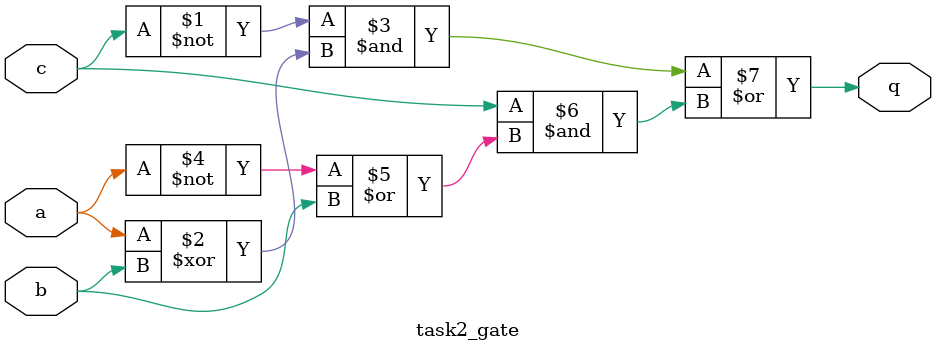
<source format=v>
module task2_gate (
  a,
  b,
  c,
  q
);
  input a;
  input b;
  input c;
  output q;
  
  assign q = ~c&(a^b) | c&(~a | b);
  
endmodule

</source>
